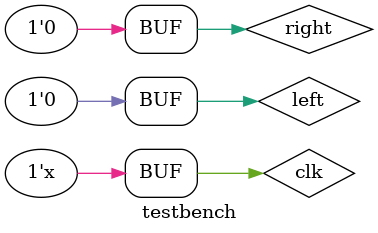
<source format=v>
`timescale 1ns / 1ps


module testbench;
    reg clk;
    reg right;
    reg left;
    wire TMDS_Tx_Clk_N;
    wire TMDS_Tx_Clk_P;
    wire [2:0]TMDS_Tx_Data_N;
    wire [2:0]TMDS_Tx_Data_P;
    initial
    begin
        clk=0;
        right=0;
        left=0;
    end
    always #10 clk=~clk;
    
    lab_10 abc(
    .clk(clk),
    .right(right),
    .left(left),
    .TMDS_Tx_Clk_N(TMDS_Tx_Clk_N),
    .TMDS_Tx_Clk_P(TMDS_Tx_Clk_P),
    .TMDS_Tx_Data_N(TMDS_Tx_Data_N),
    .TMDS_Tx_Data_P(TMDS_Tx_Data_P)
    );
endmodule

</source>
